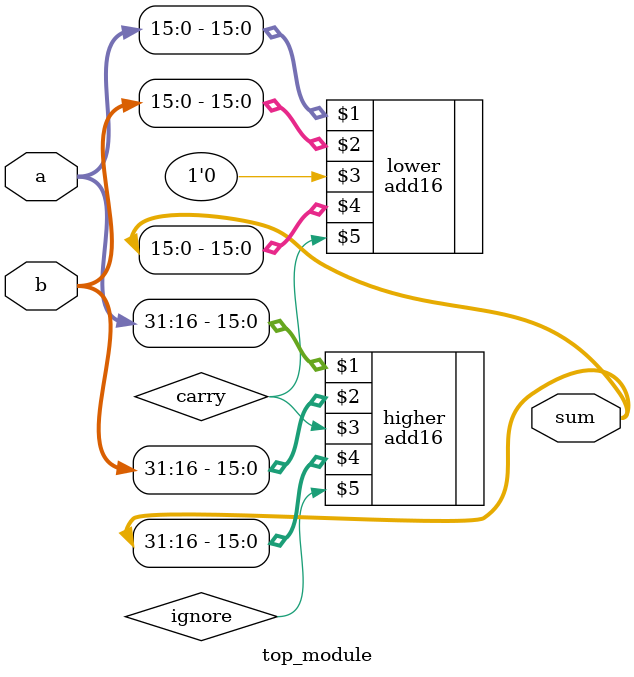
<source format=v>
module top_module(
    input [31:0] a,
    input [31:0] b,
    output [31:0] sum
);

    wire carry;
    wire ignore;
    add16 lower(a[15:0], b[15:0], 1'b0, sum[15:0], carry);
    add16 higher(a[31:16], b[31:16], carry, sum[31:16], ignore);
    
endmodule
</source>
